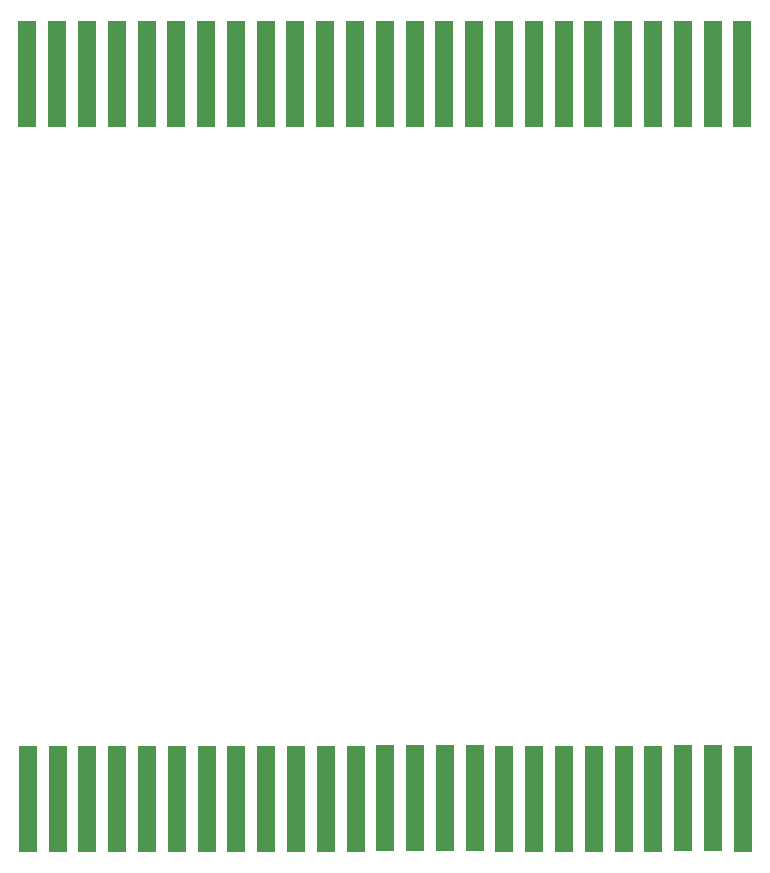
<source format=gbr>
%TF.GenerationSoftware,KiCad,Pcbnew,(6.0.2)*%
%TF.CreationDate,2022-10-22T16:21:59-05:00*%
%TF.ProjectId,REF1451,52454631-3435-4312-9e6b-696361645f70,rev?*%
%TF.SameCoordinates,Original*%
%TF.FileFunction,Paste,Bot*%
%TF.FilePolarity,Positive*%
%FSLAX46Y46*%
G04 Gerber Fmt 4.6, Leading zero omitted, Abs format (unit mm)*
G04 Created by KiCad (PCBNEW (6.0.2)) date 2022-10-22 16:21:59*
%MOMM*%
%LPD*%
G01*
G04 APERTURE LIST*
%ADD10R,1.530000X9.000000*%
G04 APERTURE END LIST*
D10*
%TO.C,J3*%
X116659000Y-63995000D03*
X119177000Y-63995000D03*
X121702000Y-63995000D03*
X124229000Y-63995000D03*
X126748000Y-63995000D03*
X129267000Y-63995000D03*
X131790000Y-63995000D03*
X134309000Y-63995000D03*
X136828000Y-63995000D03*
X139356000Y-63995000D03*
X141881000Y-63995000D03*
X144402000Y-63995000D03*
X146926000Y-63995000D03*
X149446000Y-63995000D03*
X151966000Y-63995000D03*
X154485000Y-63995000D03*
X157003000Y-63995000D03*
X159527000Y-63995000D03*
X162053000Y-63995000D03*
X164571000Y-63995000D03*
X167091000Y-63995000D03*
X169610000Y-63995000D03*
X172140000Y-63995000D03*
X174666000Y-63995000D03*
X177185000Y-63995000D03*
%TD*%
%TO.C,J5*%
X116705000Y-125369000D03*
X119223000Y-125383000D03*
X121748000Y-125371000D03*
X124275000Y-125365000D03*
X126794000Y-125379000D03*
X129313000Y-125365000D03*
X131836000Y-125354000D03*
X134355000Y-125340000D03*
X136874000Y-125368000D03*
X139402000Y-125368000D03*
X141927000Y-125359000D03*
X144448000Y-125351000D03*
X146972000Y-125335000D03*
X149492000Y-125308000D03*
X152012000Y-125320000D03*
X154531000Y-125306000D03*
X157049000Y-125372000D03*
X159573000Y-125366000D03*
X162099000Y-125356000D03*
X164617000Y-125352000D03*
X167137000Y-125337000D03*
X169656000Y-125337000D03*
X172186000Y-125321000D03*
X174712000Y-125320000D03*
X177231000Y-125379000D03*
%TD*%
M02*

</source>
